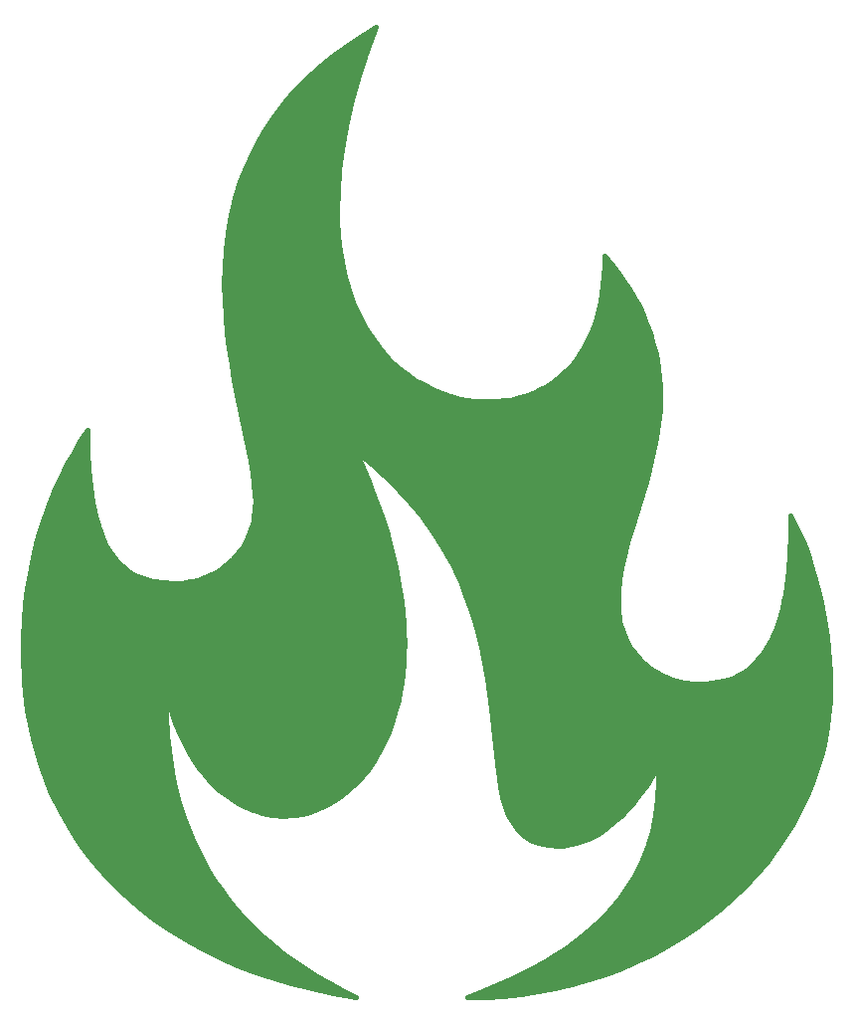
<source format=gbr>
%TF.GenerationSoftware,KiCad,Pcbnew,(6.0.7)*%
%TF.CreationDate,2023-04-15T21:14:02+02:00*%
%TF.ProjectId,LED board,4c454420-626f-4617-9264-2e6b69636164,rev?*%
%TF.SameCoordinates,Original*%
%TF.FileFunction,Legend,Bot*%
%TF.FilePolarity,Positive*%
%FSLAX46Y46*%
G04 Gerber Fmt 4.6, Leading zero omitted, Abs format (unit mm)*
G04 Created by KiCad (PCBNEW (6.0.7)) date 2023-04-15 21:14:02*
%MOMM*%
%LPD*%
G01*
G04 APERTURE LIST*
%ADD10C,0.400000*%
G04 APERTURE END LIST*
D10*
G36*
X166116000Y-68326000D02*
G01*
X165430564Y-70493929D01*
X164864190Y-72572562D01*
X164411918Y-74561898D01*
X164068786Y-76461937D01*
X163829834Y-78272679D01*
X163690101Y-79994124D01*
X163644626Y-81626272D01*
X163664241Y-82660040D01*
X163722167Y-83658034D01*
X163817028Y-84620449D01*
X163947450Y-85547479D01*
X164112055Y-86439317D01*
X164309469Y-87296158D01*
X164538315Y-88118194D01*
X164797217Y-88905620D01*
X165084799Y-89658629D01*
X165399686Y-90377416D01*
X165740502Y-91062174D01*
X166105871Y-91713097D01*
X166494416Y-92330378D01*
X166904762Y-92914212D01*
X167335534Y-93464792D01*
X167785354Y-93982312D01*
X168252848Y-94466965D01*
X168736640Y-94918947D01*
X169235353Y-95338450D01*
X169747611Y-95725667D01*
X170272040Y-96080794D01*
X170807262Y-96404024D01*
X171904585Y-96955566D01*
X173028574Y-97381845D01*
X174168220Y-97684410D01*
X175312517Y-97864813D01*
X176450458Y-97924602D01*
X177364459Y-97886698D01*
X177820897Y-97838532D01*
X178275669Y-97770193D01*
X178727806Y-97681158D01*
X179176338Y-97570903D01*
X179620296Y-97438905D01*
X180058713Y-97284641D01*
X180490618Y-97107588D01*
X180915043Y-96907223D01*
X181331019Y-96683021D01*
X181737577Y-96434461D01*
X182133748Y-96161018D01*
X182518563Y-95862170D01*
X182891053Y-95537394D01*
X183250249Y-95186165D01*
X183595183Y-94807961D01*
X183924885Y-94402260D01*
X184238387Y-93968536D01*
X184534719Y-93506268D01*
X184812913Y-93014931D01*
X185071999Y-92494004D01*
X185311009Y-91942962D01*
X185528974Y-91361282D01*
X185724924Y-90748442D01*
X185897892Y-90103917D01*
X186046907Y-89427185D01*
X186171002Y-88717723D01*
X186269207Y-87975006D01*
X186340552Y-87198513D01*
X186384070Y-86387720D01*
X186398792Y-85542103D01*
X186992942Y-86222862D01*
X187545389Y-86915249D01*
X188056598Y-87618487D01*
X188527034Y-88331803D01*
X188957163Y-89054420D01*
X189347450Y-89785564D01*
X189698358Y-90524460D01*
X190010355Y-91270331D01*
X190283904Y-92022404D01*
X190519471Y-92779903D01*
X190717521Y-93542053D01*
X190878519Y-94308079D01*
X191002930Y-95077205D01*
X191091219Y-95848657D01*
X191143852Y-96621659D01*
X191161293Y-97395437D01*
X191120882Y-98617120D01*
X191006677Y-99821749D01*
X190829220Y-101009636D01*
X190599053Y-102181089D01*
X190326718Y-103336419D01*
X190022757Y-104475936D01*
X189362125Y-106708771D01*
X188701493Y-108882075D01*
X188397532Y-109947178D01*
X188125197Y-110998328D01*
X187895030Y-112035836D01*
X187717573Y-113060011D01*
X187603368Y-114071164D01*
X187562957Y-115069605D01*
X187573079Y-115471108D01*
X187603007Y-115861933D01*
X187652080Y-116241945D01*
X187719640Y-116611009D01*
X187805029Y-116968987D01*
X187907587Y-117315746D01*
X188026656Y-117651148D01*
X188161577Y-117975059D01*
X188311691Y-118287343D01*
X188476338Y-118587864D01*
X188654861Y-118876487D01*
X188846600Y-119153075D01*
X189050896Y-119417494D01*
X189267091Y-119669607D01*
X189494526Y-119909279D01*
X189732541Y-120136374D01*
X189980478Y-120350757D01*
X190237678Y-120552292D01*
X190503483Y-120740843D01*
X190777232Y-120916275D01*
X191058268Y-121078452D01*
X191345932Y-121227238D01*
X191639564Y-121362498D01*
X191938505Y-121484096D01*
X192242098Y-121591896D01*
X192549683Y-121685763D01*
X192860601Y-121765561D01*
X193174193Y-121831155D01*
X193489801Y-121882408D01*
X193806765Y-121919185D01*
X194124426Y-121941351D01*
X194442127Y-121948770D01*
X194995345Y-121933015D01*
X195524205Y-121885983D01*
X196029151Y-121808023D01*
X196510630Y-121699483D01*
X196969087Y-121560713D01*
X197404968Y-121392060D01*
X197818718Y-121193875D01*
X198210784Y-120966505D01*
X198581611Y-120710300D01*
X198931644Y-120425608D01*
X199261330Y-120112778D01*
X199571114Y-119772159D01*
X199861442Y-119404100D01*
X200132760Y-119008950D01*
X200385512Y-118587057D01*
X200620146Y-118138771D01*
X200837106Y-117664439D01*
X201036839Y-117164412D01*
X201219789Y-116639037D01*
X201386404Y-116088664D01*
X201537128Y-115513641D01*
X201672407Y-114914317D01*
X201792687Y-114291041D01*
X201898414Y-113644162D01*
X201990033Y-112974028D01*
X202067990Y-112280989D01*
X202184702Y-110827590D01*
X202252114Y-109286754D01*
X202273792Y-107661272D01*
X202608320Y-108270537D01*
X202935872Y-108943674D01*
X203254431Y-109675103D01*
X203561984Y-110459241D01*
X203856514Y-111290508D01*
X204136005Y-112163323D01*
X204398444Y-113072104D01*
X204641814Y-114011272D01*
X204864100Y-114975244D01*
X205063286Y-115958439D01*
X205237358Y-116955277D01*
X205384299Y-117960177D01*
X205502095Y-118967557D01*
X205588731Y-119971837D01*
X205642190Y-120967435D01*
X205660457Y-121948770D01*
X205618063Y-123384749D01*
X205492457Y-124794643D01*
X205286003Y-126177175D01*
X205001066Y-127531065D01*
X204640009Y-128855035D01*
X204205197Y-130147805D01*
X203698994Y-131408096D01*
X203123764Y-132634630D01*
X202481872Y-133826127D01*
X201775681Y-134981308D01*
X201007557Y-136098895D01*
X200179862Y-137177608D01*
X199294961Y-138216169D01*
X198355219Y-139213298D01*
X197362999Y-140167716D01*
X196320666Y-141078145D01*
X195230584Y-141943305D01*
X194095117Y-142761918D01*
X192916630Y-143532704D01*
X191697486Y-144254385D01*
X190440050Y-144925681D01*
X189146685Y-145545313D01*
X187819758Y-146112003D01*
X186461630Y-146624472D01*
X185074667Y-147081440D01*
X183661232Y-147481629D01*
X182223691Y-147823759D01*
X180764407Y-148106552D01*
X179285744Y-148328728D01*
X177790067Y-148489009D01*
X176279739Y-148586115D01*
X174757125Y-148618768D01*
X176014368Y-148127661D01*
X177207466Y-147626787D01*
X178338011Y-147116301D01*
X179407590Y-146596359D01*
X180417793Y-146067114D01*
X181370209Y-145528723D01*
X182266427Y-144981340D01*
X183108035Y-144425121D01*
X183896624Y-143860220D01*
X184633781Y-143286792D01*
X185321097Y-142704993D01*
X185960160Y-142114977D01*
X186552559Y-141516900D01*
X187099883Y-140910916D01*
X187603722Y-140297181D01*
X188065664Y-139675850D01*
X188487298Y-139047077D01*
X188870214Y-138411017D01*
X189216000Y-137767827D01*
X189526246Y-137117660D01*
X190046472Y-135797017D01*
X190443605Y-134450330D01*
X190730358Y-133078838D01*
X190919442Y-131683781D01*
X191023569Y-130266400D01*
X191055454Y-128827936D01*
X190737702Y-129378422D01*
X190419678Y-129899318D01*
X190101732Y-130391416D01*
X189784213Y-130855513D01*
X189467469Y-131292402D01*
X189151848Y-131702878D01*
X188837701Y-132087735D01*
X188525375Y-132447768D01*
X188215219Y-132783772D01*
X187907583Y-133096540D01*
X187301264Y-133655551D01*
X186709207Y-134131155D01*
X186134203Y-134529710D01*
X185579044Y-134857572D01*
X185046518Y-135121097D01*
X184539418Y-135326640D01*
X184060533Y-135480559D01*
X183612653Y-135589209D01*
X183198570Y-135658947D01*
X182821074Y-135696128D01*
X182482955Y-135707109D01*
X181572310Y-135649916D01*
X180778848Y-135481490D01*
X180093247Y-135206558D01*
X179506186Y-134829850D01*
X179008345Y-134356093D01*
X178590402Y-133790017D01*
X178243037Y-133136348D01*
X177956927Y-132399817D01*
X177722752Y-131585151D01*
X177531190Y-130697078D01*
X177238624Y-128719628D01*
X176754726Y-124091900D01*
X176414256Y-121517276D01*
X176186766Y-120181324D01*
X175908679Y-118819250D01*
X175570674Y-117435781D01*
X175163428Y-116035647D01*
X174677621Y-114623575D01*
X174103932Y-113204295D01*
X173433039Y-111782534D01*
X172655623Y-110363021D01*
X171762360Y-108950485D01*
X170743931Y-107549653D01*
X169591014Y-106165255D01*
X168294288Y-104802018D01*
X166844431Y-103464670D01*
X165232124Y-102157942D01*
X165766820Y-103338593D01*
X166260278Y-104499090D01*
X166713429Y-105639124D01*
X167127202Y-106758383D01*
X167502527Y-107856559D01*
X167840336Y-108933341D01*
X168141558Y-109988418D01*
X168407123Y-111021482D01*
X168637962Y-112032221D01*
X168835004Y-113020326D01*
X168999180Y-113985486D01*
X169131420Y-114927392D01*
X169232654Y-115845734D01*
X169303812Y-116740200D01*
X169345825Y-117610483D01*
X169359623Y-118456270D01*
X169344594Y-119336501D01*
X169300169Y-120191151D01*
X169227334Y-121020067D01*
X169127079Y-121823093D01*
X169000391Y-122600074D01*
X168848259Y-123350855D01*
X168671671Y-124075281D01*
X168471615Y-124773197D01*
X168005054Y-126088879D01*
X167456483Y-127296660D01*
X166833808Y-128395301D01*
X166144936Y-129383561D01*
X165397772Y-130260200D01*
X164600224Y-131023977D01*
X163760198Y-131673653D01*
X162885600Y-132207987D01*
X161984337Y-132625739D01*
X161064316Y-132925668D01*
X160599741Y-133031063D01*
X160133442Y-133106536D01*
X159666406Y-133151934D01*
X159199623Y-133167101D01*
X158802825Y-133157166D01*
X158406493Y-133127310D01*
X158011091Y-133077455D01*
X157617084Y-133007524D01*
X157224938Y-132917439D01*
X156835117Y-132807123D01*
X156448086Y-132676498D01*
X156064311Y-132525486D01*
X155684257Y-132354011D01*
X155308388Y-132161994D01*
X154937171Y-131949359D01*
X154571069Y-131716027D01*
X154210549Y-131461921D01*
X153856074Y-131186964D01*
X153508111Y-130891078D01*
X153167124Y-130574185D01*
X152833578Y-130236208D01*
X152507939Y-129877070D01*
X152190672Y-129496693D01*
X151882241Y-129095000D01*
X151583112Y-128671912D01*
X151293750Y-128227353D01*
X151014620Y-127761244D01*
X150746186Y-127273510D01*
X150488915Y-126764071D01*
X150243271Y-126232850D01*
X150009720Y-125679770D01*
X149788725Y-125104754D01*
X149580754Y-124507724D01*
X149386269Y-123888602D01*
X149205738Y-123247310D01*
X149039624Y-122583772D01*
X149076133Y-124462108D01*
X149192793Y-126324320D01*
X149400299Y-128166688D01*
X149709350Y-129985491D01*
X150130642Y-131777010D01*
X150674873Y-133537522D01*
X151352738Y-135263308D01*
X152174936Y-136950646D01*
X152643503Y-137778735D01*
X153152163Y-138595817D01*
X153702256Y-139401426D01*
X154295117Y-140195098D01*
X154932084Y-140976368D01*
X155614494Y-141744771D01*
X156343684Y-142499841D01*
X157120991Y-143241113D01*
X157947752Y-143968123D01*
X158825305Y-144680405D01*
X159754987Y-145377494D01*
X160738134Y-146058925D01*
X161776085Y-146724233D01*
X162870175Y-147372953D01*
X164021742Y-148004620D01*
X165232124Y-148618768D01*
X163335027Y-148273654D01*
X161512635Y-147874473D01*
X159763999Y-147422970D01*
X158088168Y-146920888D01*
X156484193Y-146369972D01*
X154951124Y-145771966D01*
X153488013Y-145128614D01*
X152093909Y-144441660D01*
X150767862Y-143712848D01*
X149508924Y-142943922D01*
X148316145Y-142136626D01*
X147188575Y-141292705D01*
X146125265Y-140413902D01*
X145125265Y-139501962D01*
X144187625Y-138558628D01*
X143311396Y-137585645D01*
X142495629Y-136584757D01*
X141739374Y-135557707D01*
X141041680Y-134506240D01*
X140401600Y-133432100D01*
X139818183Y-132337032D01*
X139290480Y-131222778D01*
X138398415Y-128943693D01*
X137717811Y-126608797D01*
X137241070Y-124232043D01*
X136960596Y-121827385D01*
X136868793Y-119408773D01*
X136893391Y-117957699D01*
X136966358Y-116541351D01*
X137086454Y-115159729D01*
X137252439Y-113812835D01*
X137463072Y-112500667D01*
X137717113Y-111223225D01*
X138013323Y-109980510D01*
X138350460Y-108772522D01*
X138727284Y-107599261D01*
X139142556Y-106460726D01*
X139595035Y-105356917D01*
X140083480Y-104287835D01*
X140606652Y-103253480D01*
X141163311Y-102253851D01*
X141752215Y-101288949D01*
X142372126Y-100358774D01*
X142399514Y-102092078D01*
X142482093Y-103683221D01*
X142620483Y-105136387D01*
X142815303Y-106455764D01*
X143067174Y-107645536D01*
X143376716Y-108709890D01*
X143744548Y-109653010D01*
X143950518Y-110080416D01*
X144171292Y-110479084D01*
X144406950Y-110849536D01*
X144657568Y-111192296D01*
X144923223Y-111507887D01*
X145203994Y-111796833D01*
X145499958Y-112059656D01*
X145811192Y-112296880D01*
X146137774Y-112509028D01*
X146479782Y-112696623D01*
X146837292Y-112860189D01*
X147210383Y-113000248D01*
X148003616Y-113211941D01*
X148860102Y-113335887D01*
X149780459Y-113376272D01*
X150098159Y-113368853D01*
X150415821Y-113346687D01*
X150732784Y-113309910D01*
X151048392Y-113258656D01*
X151361984Y-113193063D01*
X151672901Y-113113265D01*
X151980486Y-113019398D01*
X152284079Y-112911597D01*
X152583020Y-112789999D01*
X152876652Y-112654740D01*
X153164315Y-112505953D01*
X153445351Y-112343777D01*
X153719101Y-112168345D01*
X153984905Y-111979794D01*
X154242105Y-111778259D01*
X154490042Y-111563876D01*
X154728057Y-111336781D01*
X154955492Y-111097109D01*
X155171687Y-110844995D01*
X155375983Y-110580577D01*
X155567722Y-110303988D01*
X155746245Y-110015366D01*
X155910892Y-109714845D01*
X156061006Y-109402561D01*
X156195926Y-109078650D01*
X156314995Y-108743247D01*
X156417554Y-108396489D01*
X156502943Y-108038510D01*
X156570503Y-107669447D01*
X156619576Y-107289435D01*
X156649503Y-106898609D01*
X156659626Y-106497106D01*
X156629912Y-105726326D01*
X156545937Y-104885007D01*
X156415455Y-103977026D01*
X156246214Y-103006259D01*
X155336709Y-98572834D01*
X154850951Y-96080170D01*
X154627451Y-94778415D01*
X154427205Y-93444879D01*
X154257964Y-92083438D01*
X154127482Y-90697967D01*
X154043507Y-89292342D01*
X154013793Y-87870439D01*
X154044851Y-86436134D01*
X154143191Y-84993302D01*
X154316566Y-83545819D01*
X154572726Y-82097561D01*
X154919423Y-80652404D01*
X155364408Y-79214223D01*
X155915434Y-77786894D01*
X156580251Y-76374293D01*
X157366612Y-74980296D01*
X158282266Y-73608778D01*
X158791002Y-72932659D01*
X159334967Y-72263614D01*
X159915132Y-71602127D01*
X160532465Y-70948682D01*
X161187935Y-70303763D01*
X161882512Y-69667856D01*
X162617163Y-69041444D01*
X163392859Y-68425012D01*
X164210568Y-67819044D01*
X165071258Y-67224026D01*
X165975899Y-66640440D01*
X166925460Y-66068773D01*
X166116000Y-68326000D01*
G37*
X166116000Y-68326000D02*
X165430564Y-70493929D01*
X164864190Y-72572562D01*
X164411918Y-74561898D01*
X164068786Y-76461937D01*
X163829834Y-78272679D01*
X163690101Y-79994124D01*
X163644626Y-81626272D01*
X163664241Y-82660040D01*
X163722167Y-83658034D01*
X163817028Y-84620449D01*
X163947450Y-85547479D01*
X164112055Y-86439317D01*
X164309469Y-87296158D01*
X164538315Y-88118194D01*
X164797217Y-88905620D01*
X165084799Y-89658629D01*
X165399686Y-90377416D01*
X165740502Y-91062174D01*
X166105871Y-91713097D01*
X166494416Y-92330378D01*
X166904762Y-92914212D01*
X167335534Y-93464792D01*
X167785354Y-93982312D01*
X168252848Y-94466965D01*
X168736640Y-94918947D01*
X169235353Y-95338450D01*
X169747611Y-95725667D01*
X170272040Y-96080794D01*
X170807262Y-96404024D01*
X171904585Y-96955566D01*
X173028574Y-97381845D01*
X174168220Y-97684410D01*
X175312517Y-97864813D01*
X176450458Y-97924602D01*
X177364459Y-97886698D01*
X177820897Y-97838532D01*
X178275669Y-97770193D01*
X178727806Y-97681158D01*
X179176338Y-97570903D01*
X179620296Y-97438905D01*
X180058713Y-97284641D01*
X180490618Y-97107588D01*
X180915043Y-96907223D01*
X181331019Y-96683021D01*
X181737577Y-96434461D01*
X182133748Y-96161018D01*
X182518563Y-95862170D01*
X182891053Y-95537394D01*
X183250249Y-95186165D01*
X183595183Y-94807961D01*
X183924885Y-94402260D01*
X184238387Y-93968536D01*
X184534719Y-93506268D01*
X184812913Y-93014931D01*
X185071999Y-92494004D01*
X185311009Y-91942962D01*
X185528974Y-91361282D01*
X185724924Y-90748442D01*
X185897892Y-90103917D01*
X186046907Y-89427185D01*
X186171002Y-88717723D01*
X186269207Y-87975006D01*
X186340552Y-87198513D01*
X186384070Y-86387720D01*
X186398792Y-85542103D01*
X186992942Y-86222862D01*
X187545389Y-86915249D01*
X188056598Y-87618487D01*
X188527034Y-88331803D01*
X188957163Y-89054420D01*
X189347450Y-89785564D01*
X189698358Y-90524460D01*
X190010355Y-91270331D01*
X190283904Y-92022404D01*
X190519471Y-92779903D01*
X190717521Y-93542053D01*
X190878519Y-94308079D01*
X191002930Y-95077205D01*
X191091219Y-95848657D01*
X191143852Y-96621659D01*
X191161293Y-97395437D01*
X191120882Y-98617120D01*
X191006677Y-99821749D01*
X190829220Y-101009636D01*
X190599053Y-102181089D01*
X190326718Y-103336419D01*
X190022757Y-104475936D01*
X189362125Y-106708771D01*
X188701493Y-108882075D01*
X188397532Y-109947178D01*
X188125197Y-110998328D01*
X187895030Y-112035836D01*
X187717573Y-113060011D01*
X187603368Y-114071164D01*
X187562957Y-115069605D01*
X187573079Y-115471108D01*
X187603007Y-115861933D01*
X187652080Y-116241945D01*
X187719640Y-116611009D01*
X187805029Y-116968987D01*
X187907587Y-117315746D01*
X188026656Y-117651148D01*
X188161577Y-117975059D01*
X188311691Y-118287343D01*
X188476338Y-118587864D01*
X188654861Y-118876487D01*
X188846600Y-119153075D01*
X189050896Y-119417494D01*
X189267091Y-119669607D01*
X189494526Y-119909279D01*
X189732541Y-120136374D01*
X189980478Y-120350757D01*
X190237678Y-120552292D01*
X190503483Y-120740843D01*
X190777232Y-120916275D01*
X191058268Y-121078452D01*
X191345932Y-121227238D01*
X191639564Y-121362498D01*
X191938505Y-121484096D01*
X192242098Y-121591896D01*
X192549683Y-121685763D01*
X192860601Y-121765561D01*
X193174193Y-121831155D01*
X193489801Y-121882408D01*
X193806765Y-121919185D01*
X194124426Y-121941351D01*
X194442127Y-121948770D01*
X194995345Y-121933015D01*
X195524205Y-121885983D01*
X196029151Y-121808023D01*
X196510630Y-121699483D01*
X196969087Y-121560713D01*
X197404968Y-121392060D01*
X197818718Y-121193875D01*
X198210784Y-120966505D01*
X198581611Y-120710300D01*
X198931644Y-120425608D01*
X199261330Y-120112778D01*
X199571114Y-119772159D01*
X199861442Y-119404100D01*
X200132760Y-119008950D01*
X200385512Y-118587057D01*
X200620146Y-118138771D01*
X200837106Y-117664439D01*
X201036839Y-117164412D01*
X201219789Y-116639037D01*
X201386404Y-116088664D01*
X201537128Y-115513641D01*
X201672407Y-114914317D01*
X201792687Y-114291041D01*
X201898414Y-113644162D01*
X201990033Y-112974028D01*
X202067990Y-112280989D01*
X202184702Y-110827590D01*
X202252114Y-109286754D01*
X202273792Y-107661272D01*
X202608320Y-108270537D01*
X202935872Y-108943674D01*
X203254431Y-109675103D01*
X203561984Y-110459241D01*
X203856514Y-111290508D01*
X204136005Y-112163323D01*
X204398444Y-113072104D01*
X204641814Y-114011272D01*
X204864100Y-114975244D01*
X205063286Y-115958439D01*
X205237358Y-116955277D01*
X205384299Y-117960177D01*
X205502095Y-118967557D01*
X205588731Y-119971837D01*
X205642190Y-120967435D01*
X205660457Y-121948770D01*
X205618063Y-123384749D01*
X205492457Y-124794643D01*
X205286003Y-126177175D01*
X205001066Y-127531065D01*
X204640009Y-128855035D01*
X204205197Y-130147805D01*
X203698994Y-131408096D01*
X203123764Y-132634630D01*
X202481872Y-133826127D01*
X201775681Y-134981308D01*
X201007557Y-136098895D01*
X200179862Y-137177608D01*
X199294961Y-138216169D01*
X198355219Y-139213298D01*
X197362999Y-140167716D01*
X196320666Y-141078145D01*
X195230584Y-141943305D01*
X194095117Y-142761918D01*
X192916630Y-143532704D01*
X191697486Y-144254385D01*
X190440050Y-144925681D01*
X189146685Y-145545313D01*
X187819758Y-146112003D01*
X186461630Y-146624472D01*
X185074667Y-147081440D01*
X183661232Y-147481629D01*
X182223691Y-147823759D01*
X180764407Y-148106552D01*
X179285744Y-148328728D01*
X177790067Y-148489009D01*
X176279739Y-148586115D01*
X174757125Y-148618768D01*
X176014368Y-148127661D01*
X177207466Y-147626787D01*
X178338011Y-147116301D01*
X179407590Y-146596359D01*
X180417793Y-146067114D01*
X181370209Y-145528723D01*
X182266427Y-144981340D01*
X183108035Y-144425121D01*
X183896624Y-143860220D01*
X184633781Y-143286792D01*
X185321097Y-142704993D01*
X185960160Y-142114977D01*
X186552559Y-141516900D01*
X187099883Y-140910916D01*
X187603722Y-140297181D01*
X188065664Y-139675850D01*
X188487298Y-139047077D01*
X188870214Y-138411017D01*
X189216000Y-137767827D01*
X189526246Y-137117660D01*
X190046472Y-135797017D01*
X190443605Y-134450330D01*
X190730358Y-133078838D01*
X190919442Y-131683781D01*
X191023569Y-130266400D01*
X191055454Y-128827936D01*
X190737702Y-129378422D01*
X190419678Y-129899318D01*
X190101732Y-130391416D01*
X189784213Y-130855513D01*
X189467469Y-131292402D01*
X189151848Y-131702878D01*
X188837701Y-132087735D01*
X188525375Y-132447768D01*
X188215219Y-132783772D01*
X187907583Y-133096540D01*
X187301264Y-133655551D01*
X186709207Y-134131155D01*
X186134203Y-134529710D01*
X185579044Y-134857572D01*
X185046518Y-135121097D01*
X184539418Y-135326640D01*
X184060533Y-135480559D01*
X183612653Y-135589209D01*
X183198570Y-135658947D01*
X182821074Y-135696128D01*
X182482955Y-135707109D01*
X181572310Y-135649916D01*
X180778848Y-135481490D01*
X180093247Y-135206558D01*
X179506186Y-134829850D01*
X179008345Y-134356093D01*
X178590402Y-133790017D01*
X178243037Y-133136348D01*
X177956927Y-132399817D01*
X177722752Y-131585151D01*
X177531190Y-130697078D01*
X177238624Y-128719628D01*
X176754726Y-124091900D01*
X176414256Y-121517276D01*
X176186766Y-120181324D01*
X175908679Y-118819250D01*
X175570674Y-117435781D01*
X175163428Y-116035647D01*
X174677621Y-114623575D01*
X174103932Y-113204295D01*
X173433039Y-111782534D01*
X172655623Y-110363021D01*
X171762360Y-108950485D01*
X170743931Y-107549653D01*
X169591014Y-106165255D01*
X168294288Y-104802018D01*
X166844431Y-103464670D01*
X165232124Y-102157942D01*
X165766820Y-103338593D01*
X166260278Y-104499090D01*
X166713429Y-105639124D01*
X167127202Y-106758383D01*
X167502527Y-107856559D01*
X167840336Y-108933341D01*
X168141558Y-109988418D01*
X168407123Y-111021482D01*
X168637962Y-112032221D01*
X168835004Y-113020326D01*
X168999180Y-113985486D01*
X169131420Y-114927392D01*
X169232654Y-115845734D01*
X169303812Y-116740200D01*
X169345825Y-117610483D01*
X169359623Y-118456270D01*
X169344594Y-119336501D01*
X169300169Y-120191151D01*
X169227334Y-121020067D01*
X169127079Y-121823093D01*
X169000391Y-122600074D01*
X168848259Y-123350855D01*
X168671671Y-124075281D01*
X168471615Y-124773197D01*
X168005054Y-126088879D01*
X167456483Y-127296660D01*
X166833808Y-128395301D01*
X166144936Y-129383561D01*
X165397772Y-130260200D01*
X164600224Y-131023977D01*
X163760198Y-131673653D01*
X162885600Y-132207987D01*
X161984337Y-132625739D01*
X161064316Y-132925668D01*
X160599741Y-133031063D01*
X160133442Y-133106536D01*
X159666406Y-133151934D01*
X159199623Y-133167101D01*
X158802825Y-133157166D01*
X158406493Y-133127310D01*
X158011091Y-133077455D01*
X157617084Y-133007524D01*
X157224938Y-132917439D01*
X156835117Y-132807123D01*
X156448086Y-132676498D01*
X156064311Y-132525486D01*
X155684257Y-132354011D01*
X155308388Y-132161994D01*
X154937171Y-131949359D01*
X154571069Y-131716027D01*
X154210549Y-131461921D01*
X153856074Y-131186964D01*
X153508111Y-130891078D01*
X153167124Y-130574185D01*
X152833578Y-130236208D01*
X152507939Y-129877070D01*
X152190672Y-129496693D01*
X151882241Y-129095000D01*
X151583112Y-128671912D01*
X151293750Y-128227353D01*
X151014620Y-127761244D01*
X150746186Y-127273510D01*
X150488915Y-126764071D01*
X150243271Y-126232850D01*
X150009720Y-125679770D01*
X149788725Y-125104754D01*
X149580754Y-124507724D01*
X149386269Y-123888602D01*
X149205738Y-123247310D01*
X149039624Y-122583772D01*
X149076133Y-124462108D01*
X149192793Y-126324320D01*
X149400299Y-128166688D01*
X149709350Y-129985491D01*
X150130642Y-131777010D01*
X150674873Y-133537522D01*
X151352738Y-135263308D01*
X152174936Y-136950646D01*
X152643503Y-137778735D01*
X153152163Y-138595817D01*
X153702256Y-139401426D01*
X154295117Y-140195098D01*
X154932084Y-140976368D01*
X155614494Y-141744771D01*
X156343684Y-142499841D01*
X157120991Y-143241113D01*
X157947752Y-143968123D01*
X158825305Y-144680405D01*
X159754987Y-145377494D01*
X160738134Y-146058925D01*
X161776085Y-146724233D01*
X162870175Y-147372953D01*
X164021742Y-148004620D01*
X165232124Y-148618768D01*
X163335027Y-148273654D01*
X161512635Y-147874473D01*
X159763999Y-147422970D01*
X158088168Y-146920888D01*
X156484193Y-146369972D01*
X154951124Y-145771966D01*
X153488013Y-145128614D01*
X152093909Y-144441660D01*
X150767862Y-143712848D01*
X149508924Y-142943922D01*
X148316145Y-142136626D01*
X147188575Y-141292705D01*
X146125265Y-140413902D01*
X145125265Y-139501962D01*
X144187625Y-138558628D01*
X143311396Y-137585645D01*
X142495629Y-136584757D01*
X141739374Y-135557707D01*
X141041680Y-134506240D01*
X140401600Y-133432100D01*
X139818183Y-132337032D01*
X139290480Y-131222778D01*
X138398415Y-128943693D01*
X137717811Y-126608797D01*
X137241070Y-124232043D01*
X136960596Y-121827385D01*
X136868793Y-119408773D01*
X136893391Y-117957699D01*
X136966358Y-116541351D01*
X137086454Y-115159729D01*
X137252439Y-113812835D01*
X137463072Y-112500667D01*
X137717113Y-111223225D01*
X138013323Y-109980510D01*
X138350460Y-108772522D01*
X138727284Y-107599261D01*
X139142556Y-106460726D01*
X139595035Y-105356917D01*
X140083480Y-104287835D01*
X140606652Y-103253480D01*
X141163311Y-102253851D01*
X141752215Y-101288949D01*
X142372126Y-100358774D01*
X142399514Y-102092078D01*
X142482093Y-103683221D01*
X142620483Y-105136387D01*
X142815303Y-106455764D01*
X143067174Y-107645536D01*
X143376716Y-108709890D01*
X143744548Y-109653010D01*
X143950518Y-110080416D01*
X144171292Y-110479084D01*
X144406950Y-110849536D01*
X144657568Y-111192296D01*
X144923223Y-111507887D01*
X145203994Y-111796833D01*
X145499958Y-112059656D01*
X145811192Y-112296880D01*
X146137774Y-112509028D01*
X146479782Y-112696623D01*
X146837292Y-112860189D01*
X147210383Y-113000248D01*
X148003616Y-113211941D01*
X148860102Y-113335887D01*
X149780459Y-113376272D01*
X150098159Y-113368853D01*
X150415821Y-113346687D01*
X150732784Y-113309910D01*
X151048392Y-113258656D01*
X151361984Y-113193063D01*
X151672901Y-113113265D01*
X151980486Y-113019398D01*
X152284079Y-112911597D01*
X152583020Y-112789999D01*
X152876652Y-112654740D01*
X153164315Y-112505953D01*
X153445351Y-112343777D01*
X153719101Y-112168345D01*
X153984905Y-111979794D01*
X154242105Y-111778259D01*
X154490042Y-111563876D01*
X154728057Y-111336781D01*
X154955492Y-111097109D01*
X155171687Y-110844995D01*
X155375983Y-110580577D01*
X155567722Y-110303988D01*
X155746245Y-110015366D01*
X155910892Y-109714845D01*
X156061006Y-109402561D01*
X156195926Y-109078650D01*
X156314995Y-108743247D01*
X156417554Y-108396489D01*
X156502943Y-108038510D01*
X156570503Y-107669447D01*
X156619576Y-107289435D01*
X156649503Y-106898609D01*
X156659626Y-106497106D01*
X156629912Y-105726326D01*
X156545937Y-104885007D01*
X156415455Y-103977026D01*
X156246214Y-103006259D01*
X155336709Y-98572834D01*
X154850951Y-96080170D01*
X154627451Y-94778415D01*
X154427205Y-93444879D01*
X154257964Y-92083438D01*
X154127482Y-90697967D01*
X154043507Y-89292342D01*
X154013793Y-87870439D01*
X154044851Y-86436134D01*
X154143191Y-84993302D01*
X154316566Y-83545819D01*
X154572726Y-82097561D01*
X154919423Y-80652404D01*
X155364408Y-79214223D01*
X155915434Y-77786894D01*
X156580251Y-76374293D01*
X157366612Y-74980296D01*
X158282266Y-73608778D01*
X158791002Y-72932659D01*
X159334967Y-72263614D01*
X159915132Y-71602127D01*
X160532465Y-70948682D01*
X161187935Y-70303763D01*
X161882512Y-69667856D01*
X162617163Y-69041444D01*
X163392859Y-68425012D01*
X164210568Y-67819044D01*
X165071258Y-67224026D01*
X165975899Y-66640440D01*
X166925460Y-66068773D01*
X166116000Y-68326000D01*
M02*

</source>
